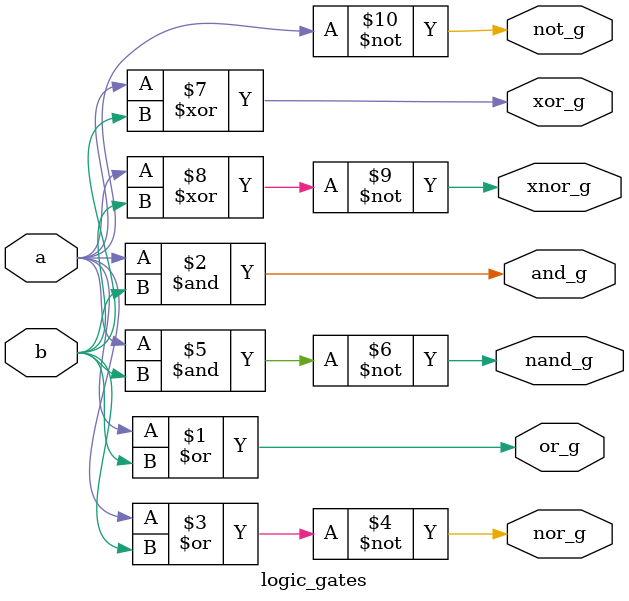
<source format=v>
module logic_gates(a,b,or_g, and_g, not_g, nor_g, nand_g, xor_g ,xnor_g);
input a,b;
output or_g, and_g, not_g, nor_g, nand_g, xor_g ,xnor_g;

or orgate(or_g, a,b);
and andgate(and_g, a,b);
not notgate(not_g,a);
nor norgate(nor_g,a,b);
nand nandgate(nand_g,a,b);
xor xorgate(xor_g,a,b);
xnor xnorgate(xnor_g,a,b);

endmodule
</source>
